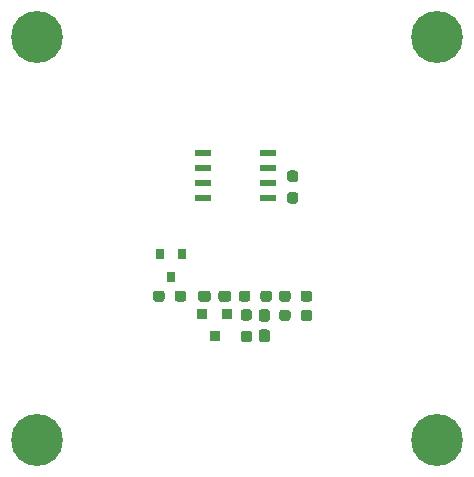
<source format=gbr>
%TF.GenerationSoftware,KiCad,Pcbnew,5.1.12-84ad8e8a86~92~ubuntu18.04.1*%
%TF.CreationDate,2023-10-21T06:49:18+07:00*%
%TF.ProjectId,RPi_FFC_15P-EYECLOUDAI_2MGSMOD_AR0234-ADAPTER,5250695f-4646-4435-9f31-35502d455945,rev?*%
%TF.SameCoordinates,Original*%
%TF.FileFunction,Soldermask,Bot*%
%TF.FilePolarity,Negative*%
%FSLAX46Y46*%
G04 Gerber Fmt 4.6, Leading zero omitted, Abs format (unit mm)*
G04 Created by KiCad (PCBNEW 5.1.12-84ad8e8a86~92~ubuntu18.04.1) date 2023-10-21 06:49:18*
%MOMM*%
%LPD*%
G01*
G04 APERTURE LIST*
%ADD10R,0.800000X0.900000*%
%ADD11R,1.460500X0.533400*%
%ADD12R,0.812800X0.889000*%
%ADD13C,4.400000*%
G04 APERTURE END LIST*
%TO.C,R9*%
G36*
G01*
X127374200Y-103209100D02*
X127374200Y-102734100D01*
G75*
G02*
X127611700Y-102496600I237500J0D01*
G01*
X128111700Y-102496600D01*
G75*
G02*
X128349200Y-102734100I0J-237500D01*
G01*
X128349200Y-103209100D01*
G75*
G02*
X128111700Y-103446600I-237500J0D01*
G01*
X127611700Y-103446600D01*
G75*
G02*
X127374200Y-103209100I0J237500D01*
G01*
G37*
G36*
G01*
X125549200Y-103209100D02*
X125549200Y-102734100D01*
G75*
G02*
X125786700Y-102496600I237500J0D01*
G01*
X126286700Y-102496600D01*
G75*
G02*
X126524200Y-102734100I0J-237500D01*
G01*
X126524200Y-103209100D01*
G75*
G02*
X126286700Y-103446600I-237500J0D01*
G01*
X125786700Y-103446600D01*
G75*
G02*
X125549200Y-103209100I0J237500D01*
G01*
G37*
%TD*%
%TO.C,R8*%
G36*
G01*
X128349200Y-101108500D02*
X128349200Y-101583500D01*
G75*
G02*
X128111700Y-101821000I-237500J0D01*
G01*
X127611700Y-101821000D01*
G75*
G02*
X127374200Y-101583500I0J237500D01*
G01*
X127374200Y-101108500D01*
G75*
G02*
X127611700Y-100871000I237500J0D01*
G01*
X128111700Y-100871000D01*
G75*
G02*
X128349200Y-101108500I0J-237500D01*
G01*
G37*
G36*
G01*
X126524200Y-101108500D02*
X126524200Y-101583500D01*
G75*
G02*
X126286700Y-101821000I-237500J0D01*
G01*
X125786700Y-101821000D01*
G75*
G02*
X125549200Y-101583500I0J237500D01*
G01*
X125549200Y-101108500D01*
G75*
G02*
X125786700Y-100871000I237500J0D01*
G01*
X126286700Y-100871000D01*
G75*
G02*
X126524200Y-101108500I0J-237500D01*
G01*
G37*
%TD*%
%TO.C,R7*%
G36*
G01*
X123970600Y-101583500D02*
X123970600Y-101108500D01*
G75*
G02*
X124208100Y-100871000I237500J0D01*
G01*
X124708100Y-100871000D01*
G75*
G02*
X124945600Y-101108500I0J-237500D01*
G01*
X124945600Y-101583500D01*
G75*
G02*
X124708100Y-101821000I-237500J0D01*
G01*
X124208100Y-101821000D01*
G75*
G02*
X123970600Y-101583500I0J237500D01*
G01*
G37*
G36*
G01*
X122145600Y-101583500D02*
X122145600Y-101108500D01*
G75*
G02*
X122383100Y-100871000I237500J0D01*
G01*
X122883100Y-100871000D01*
G75*
G02*
X123120600Y-101108500I0J-237500D01*
G01*
X123120600Y-101583500D01*
G75*
G02*
X122883100Y-101821000I-237500J0D01*
G01*
X122383100Y-101821000D01*
G75*
G02*
X122145600Y-101583500I0J237500D01*
G01*
G37*
%TD*%
%TO.C,R6*%
G36*
G01*
X115856200Y-101108500D02*
X115856200Y-101583500D01*
G75*
G02*
X115618700Y-101821000I-237500J0D01*
G01*
X115118700Y-101821000D01*
G75*
G02*
X114881200Y-101583500I0J237500D01*
G01*
X114881200Y-101108500D01*
G75*
G02*
X115118700Y-100871000I237500J0D01*
G01*
X115618700Y-100871000D01*
G75*
G02*
X115856200Y-101108500I0J-237500D01*
G01*
G37*
G36*
G01*
X117681200Y-101108500D02*
X117681200Y-101583500D01*
G75*
G02*
X117443700Y-101821000I-237500J0D01*
G01*
X116943700Y-101821000D01*
G75*
G02*
X116706200Y-101583500I0J237500D01*
G01*
X116706200Y-101108500D01*
G75*
G02*
X116943700Y-100871000I237500J0D01*
G01*
X117443700Y-100871000D01*
G75*
G02*
X117681200Y-101108500I0J-237500D01*
G01*
G37*
%TD*%
D10*
%TO.C,Q1*%
X116382800Y-99755200D03*
X117332800Y-97755200D03*
X115432800Y-97755200D03*
%TD*%
%TO.C,C5*%
G36*
G01*
X119766200Y-101108500D02*
X119766200Y-101583500D01*
G75*
G02*
X119528700Y-101821000I-237500J0D01*
G01*
X118928700Y-101821000D01*
G75*
G02*
X118691200Y-101583500I0J237500D01*
G01*
X118691200Y-101108500D01*
G75*
G02*
X118928700Y-100871000I237500J0D01*
G01*
X119528700Y-100871000D01*
G75*
G02*
X119766200Y-101108500I0J-237500D01*
G01*
G37*
G36*
G01*
X121491200Y-101108500D02*
X121491200Y-101583500D01*
G75*
G02*
X121253700Y-101821000I-237500J0D01*
G01*
X120653700Y-101821000D01*
G75*
G02*
X120416200Y-101583500I0J237500D01*
G01*
X120416200Y-101108500D01*
G75*
G02*
X120653700Y-100871000I237500J0D01*
G01*
X121253700Y-100871000D01*
G75*
G02*
X121491200Y-101108500I0J-237500D01*
G01*
G37*
%TD*%
D11*
%TO.C,U3*%
X124593350Y-92989400D03*
X124593350Y-91719400D03*
X124593350Y-90449400D03*
X124593350Y-89179400D03*
X119145050Y-89179400D03*
X119145050Y-90449400D03*
X119145050Y-91719400D03*
X119145050Y-92989400D03*
%TD*%
%TO.C,R11*%
G36*
G01*
X126932700Y-91675400D02*
X126457700Y-91675400D01*
G75*
G02*
X126220200Y-91437900I0J237500D01*
G01*
X126220200Y-90937900D01*
G75*
G02*
X126457700Y-90700400I237500J0D01*
G01*
X126932700Y-90700400D01*
G75*
G02*
X127170200Y-90937900I0J-237500D01*
G01*
X127170200Y-91437900D01*
G75*
G02*
X126932700Y-91675400I-237500J0D01*
G01*
G37*
G36*
G01*
X126932700Y-93500400D02*
X126457700Y-93500400D01*
G75*
G02*
X126220200Y-93262900I0J237500D01*
G01*
X126220200Y-92762900D01*
G75*
G02*
X126457700Y-92525400I237500J0D01*
G01*
X126932700Y-92525400D01*
G75*
G02*
X127170200Y-92762900I0J-237500D01*
G01*
X127170200Y-93262900D01*
G75*
G02*
X126932700Y-93500400I-237500J0D01*
G01*
G37*
%TD*%
D12*
%TO.C,U2*%
X120091200Y-104729400D03*
X121116199Y-102839401D03*
X119066201Y-102839401D03*
%TD*%
%TO.C,R4*%
G36*
G01*
X122546100Y-104262100D02*
X123021100Y-104262100D01*
G75*
G02*
X123258600Y-104499600I0J-237500D01*
G01*
X123258600Y-104999600D01*
G75*
G02*
X123021100Y-105237100I-237500J0D01*
G01*
X122546100Y-105237100D01*
G75*
G02*
X122308600Y-104999600I0J237500D01*
G01*
X122308600Y-104499600D01*
G75*
G02*
X122546100Y-104262100I237500J0D01*
G01*
G37*
G36*
G01*
X122546100Y-102437100D02*
X123021100Y-102437100D01*
G75*
G02*
X123258600Y-102674600I0J-237500D01*
G01*
X123258600Y-103174600D01*
G75*
G02*
X123021100Y-103412100I-237500J0D01*
G01*
X122546100Y-103412100D01*
G75*
G02*
X122308600Y-103174600I0J237500D01*
G01*
X122308600Y-102674600D01*
G75*
G02*
X122546100Y-102437100I237500J0D01*
G01*
G37*
%TD*%
%TO.C,C4*%
G36*
G01*
X124070100Y-104160200D02*
X124545100Y-104160200D01*
G75*
G02*
X124782600Y-104397700I0J-237500D01*
G01*
X124782600Y-104997700D01*
G75*
G02*
X124545100Y-105235200I-237500J0D01*
G01*
X124070100Y-105235200D01*
G75*
G02*
X123832600Y-104997700I0J237500D01*
G01*
X123832600Y-104397700D01*
G75*
G02*
X124070100Y-104160200I237500J0D01*
G01*
G37*
G36*
G01*
X124070100Y-102435200D02*
X124545100Y-102435200D01*
G75*
G02*
X124782600Y-102672700I0J-237500D01*
G01*
X124782600Y-103272700D01*
G75*
G02*
X124545100Y-103510200I-237500J0D01*
G01*
X124070100Y-103510200D01*
G75*
G02*
X123832600Y-103272700I0J237500D01*
G01*
X123832600Y-102672700D01*
G75*
G02*
X124070100Y-102435200I237500J0D01*
G01*
G37*
%TD*%
D13*
%TO.C,H4*%
X138917680Y-79413100D03*
%TD*%
%TO.C,H3*%
X138917680Y-113489740D03*
%TD*%
%TO.C,H2*%
X105079800Y-113489740D03*
%TD*%
%TO.C,H1*%
X105079800Y-79413100D03*
%TD*%
M02*

</source>
